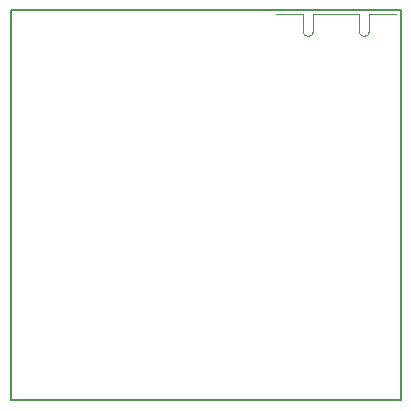
<source format=gbr>
G04 #@! TF.FileFunction,Profile,NP*
%FSLAX46Y46*%
G04 Gerber Fmt 4.6, Leading zero omitted, Abs format (unit mm)*
G04 Created by KiCad (PCBNEW 4.0.0-stable) date Thursday, June 23, 2016 'AMt' 11:02:30 AM*
%MOMM*%
G01*
G04 APERTURE LIST*
%ADD10C,0.100000*%
%ADD11C,0.150000*%
G04 APERTURE END LIST*
D10*
D11*
X86741000Y-171831000D02*
X86741000Y-138811000D01*
X86741000Y-138811000D02*
X119761000Y-138811000D01*
X119761000Y-171831000D02*
X119761000Y-138811000D01*
X86741000Y-171831000D02*
X119761000Y-171831000D01*
D10*
X119380000Y-139131000D02*
X117100000Y-139131000D01*
X117100000Y-139131000D02*
X117100000Y-140630000D01*
X116719000Y-141011000D02*
G75*
G03X117100000Y-140630000I0J381000D01*
G01*
X116719000Y-141011000D02*
X116631000Y-141011000D01*
X116250000Y-140630000D02*
G75*
G03X116631000Y-141011000I381000J0D01*
G01*
X116250000Y-140630000D02*
X116250000Y-139131000D01*
X116250000Y-139131000D02*
X112350000Y-139131000D01*
X112350000Y-139131000D02*
X112350000Y-140630000D01*
X111969000Y-141011000D02*
G75*
G03X112350000Y-140630000I0J381000D01*
G01*
X111969000Y-141011000D02*
X111881000Y-141011000D01*
X111500000Y-140630000D02*
G75*
G03X111881000Y-141011000I381000J0D01*
G01*
X111500000Y-140630000D02*
X111500000Y-139131000D01*
X111500000Y-139131000D02*
X109220000Y-139131000D01*
M02*

</source>
